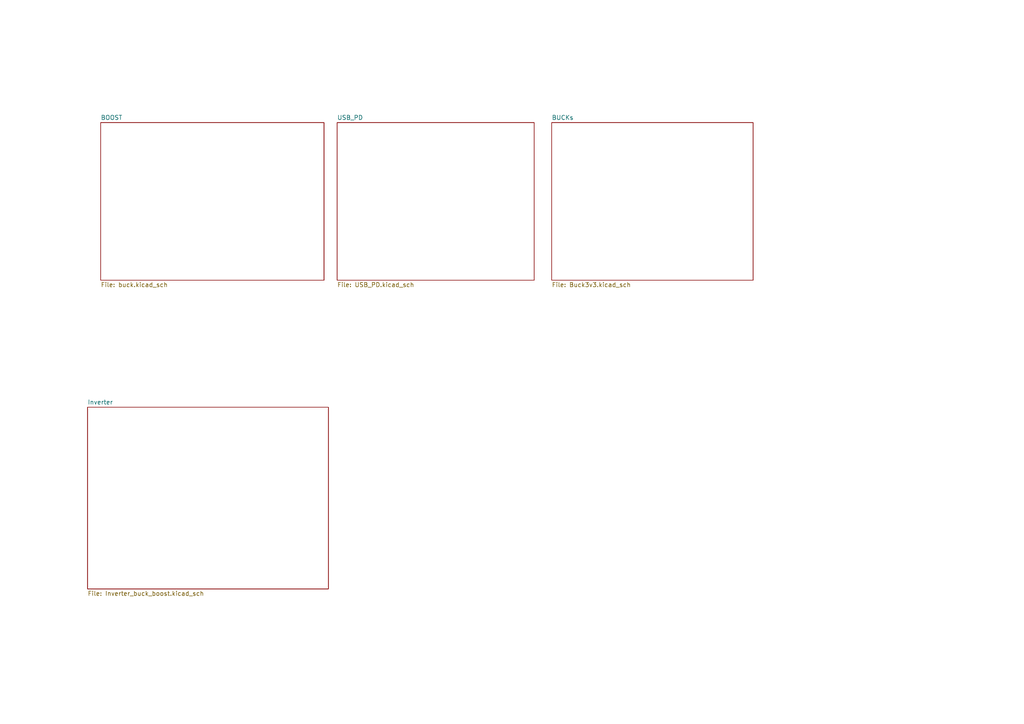
<source format=kicad_sch>
(kicad_sch (version 20230121) (generator eeschema)
  (paper "A4")
  (lib_symbols)
  (sheet (at 25.4 118.11) (size 69.85 52.705) (stroke (width 0.1524))
    (property "Sheetname" "Inverter" (at 25.4 117.3984 0) (effects (justify left bottom)))
    (property "Sheetfile" "Inverter_buck_boost.kicad_sch" (at 25.4 171.3996 0) (effects (justify left top)))
  )
  (sheet (at 29.21 35.56) (size 64.77 45.72) (stroke (width 0.1524))
    (property "Sheetname" "BOOST" (at 29.21 34.8484 0) (effects (justify left bottom)))
    (property "Sheetfile" "buck.kicad_sch" (at 29.21 81.8646 0) (effects (justify left top)))
  )
  (sheet (at 97.79 35.56) (size 57.15 45.72) (stroke (width 0.1524))
    (property "Sheetname" "USB_PD" (at 97.79 34.8484 0) (effects (justify left bottom)))
    (property "Sheetfile" "USB_PD.kicad_sch" (at 97.79 81.8646 0) (effects (justify left top)))
  )
  (sheet (at 160.02 35.56) (size 58.42 45.72) (stroke (width 0.1524))
    (property "Sheetname" "BUCKs" (at 160.02 34.8484 0) (effects (justify left bottom)))
    (property "Sheetfile" "Buck3v3.kicad_sch" (at 160.02 81.8646 0) (effects (justify left top)))
  )
)
</source>
